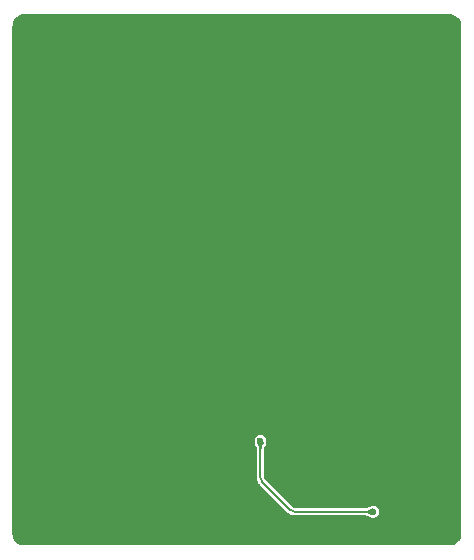
<source format=gbl>
G04 #@! TF.GenerationSoftware,KiCad,Pcbnew,9.0.1-rc2*
G04 #@! TF.CreationDate,2025-04-23T19:50:41-07:00*
G04 #@! TF.ProjectId,displaypcb,64697370-6c61-4797-9063-622e6b696361,2*
G04 #@! TF.SameCoordinates,Original*
G04 #@! TF.FileFunction,Copper,L2,Bot*
G04 #@! TF.FilePolarity,Positive*
%FSLAX46Y46*%
G04 Gerber Fmt 4.6, Leading zero omitted, Abs format (unit mm)*
G04 Created by KiCad (PCBNEW 9.0.1-rc2) date 2025-04-23 19:50:41*
%MOMM*%
%LPD*%
G01*
G04 APERTURE LIST*
G04 #@! TA.AperFunction,ViaPad*
%ADD10C,0.600000*%
G04 #@! TD*
G04 #@! TA.AperFunction,Conductor*
%ADD11C,0.200000*%
G04 #@! TD*
G04 APERTURE END LIST*
D10*
X110400000Y-83000000D03*
X104700000Y-117300000D03*
X112400000Y-103200000D03*
X109700000Y-96300000D03*
X90150000Y-118950000D03*
X99000000Y-85200000D03*
X96400000Y-119750000D03*
X103550000Y-115200000D03*
X88600000Y-102400000D03*
X105600000Y-91600000D03*
X109700000Y-92200000D03*
X96150000Y-96350000D03*
X98100000Y-110100000D03*
X99500000Y-114720310D03*
X90350000Y-114350000D03*
X100500000Y-114720310D03*
X99500000Y-117320310D03*
X108350000Y-119650000D03*
X101600000Y-108000000D03*
X106300000Y-87600000D03*
X108900000Y-88700000D03*
X93800000Y-91400000D03*
X104200000Y-91600000D03*
X100500000Y-117320310D03*
X112400000Y-110600000D03*
X106300000Y-88400000D03*
X108900000Y-87900000D03*
X97500000Y-113650000D03*
X107050000Y-119650000D03*
D11*
X107050000Y-119650000D02*
X100405085Y-119650000D01*
X97500000Y-116744914D02*
X97500000Y-113650000D01*
X97659379Y-117129689D02*
X100020310Y-119490620D01*
X100020310Y-119490620D02*
G75*
G03*
X100405085Y-119649996I384790J384820D01*
G01*
X97659379Y-117129689D02*
G75*
G02*
X97500004Y-116744914I384821J384789D01*
G01*
G04 #@! TA.AperFunction,Conductor*
G36*
X113504308Y-77500877D02*
G01*
X113520845Y-77502323D01*
X113664937Y-77514930D01*
X113681914Y-77517923D01*
X113833491Y-77558537D01*
X113849695Y-77564435D01*
X113991902Y-77630748D01*
X114006842Y-77639374D01*
X114135367Y-77729368D01*
X114148587Y-77740460D01*
X114259539Y-77851412D01*
X114270631Y-77864632D01*
X114360625Y-77993157D01*
X114369253Y-78008101D01*
X114435560Y-78150295D01*
X114441463Y-78166512D01*
X114482074Y-78318075D01*
X114485070Y-78335069D01*
X114499123Y-78495690D01*
X114499500Y-78504319D01*
X114499500Y-121495680D01*
X114499123Y-121504308D01*
X114499123Y-121504309D01*
X114485070Y-121664930D01*
X114482074Y-121681924D01*
X114441463Y-121833487D01*
X114435560Y-121849704D01*
X114369253Y-121991898D01*
X114360625Y-122006842D01*
X114270631Y-122135367D01*
X114259539Y-122148587D01*
X114148587Y-122259539D01*
X114135367Y-122270631D01*
X114006842Y-122360625D01*
X113991898Y-122369253D01*
X113849704Y-122435560D01*
X113833487Y-122441463D01*
X113681924Y-122482074D01*
X113664930Y-122485070D01*
X113504309Y-122499123D01*
X113495680Y-122499500D01*
X77504320Y-122499500D01*
X77495691Y-122499123D01*
X77335069Y-122485070D01*
X77318075Y-122482074D01*
X77166512Y-122441463D01*
X77150298Y-122435561D01*
X77008101Y-122369253D01*
X76993157Y-122360625D01*
X76864632Y-122270631D01*
X76851412Y-122259539D01*
X76740460Y-122148587D01*
X76729368Y-122135367D01*
X76639374Y-122006842D01*
X76630748Y-121991902D01*
X76564435Y-121849695D01*
X76558536Y-121833487D01*
X76517923Y-121681914D01*
X76514930Y-121664937D01*
X76500877Y-121504308D01*
X76500500Y-121495680D01*
X76500500Y-113584108D01*
X96999500Y-113584108D01*
X96999500Y-113715892D01*
X97008295Y-113748719D01*
X97008826Y-113759197D01*
X97008812Y-113759248D01*
X97008836Y-113759400D01*
X97009361Y-113770219D01*
X97009362Y-113770226D01*
X97028971Y-113848695D01*
X97031920Y-113859278D01*
X97032287Y-113860472D01*
X97035754Y-113870760D01*
X97035959Y-113871320D01*
X97061637Y-113941352D01*
X97066712Y-113953897D01*
X97066717Y-113953909D01*
X97067333Y-113955298D01*
X97073206Y-113967454D01*
X97130148Y-114076051D01*
X97130204Y-114076156D01*
X97131285Y-114078190D01*
X97131445Y-114078487D01*
X97132998Y-114081317D01*
X97155494Y-114121549D01*
X97157983Y-114125999D01*
X97162883Y-114136058D01*
X97173967Y-114162512D01*
X97179189Y-114178801D01*
X97182574Y-114193678D01*
X97187069Y-114213437D01*
X97189337Y-114229146D01*
X97194214Y-114306241D01*
X97194215Y-114306248D01*
X97195326Y-114310715D01*
X97196572Y-114315723D01*
X97199500Y-114339619D01*
X97199500Y-116697323D01*
X97199499Y-116697327D01*
X97199500Y-116738384D01*
X97199500Y-116790161D01*
X97199504Y-116790234D01*
X97199504Y-116811391D01*
X97208272Y-116866744D01*
X97220304Y-116942705D01*
X97261387Y-117069145D01*
X97321742Y-117187602D01*
X97399883Y-117295160D01*
X97418915Y-117314193D01*
X97418919Y-117314200D01*
X97446885Y-117342166D01*
X97446888Y-117342169D01*
X97446889Y-117342170D01*
X97486158Y-117381444D01*
X97486191Y-117381472D01*
X99769503Y-119664784D01*
X99769516Y-119664798D01*
X99774712Y-119669996D01*
X99774717Y-119670006D01*
X99854836Y-119750119D01*
X99962394Y-119828261D01*
X99962405Y-119828267D01*
X100080846Y-119888613D01*
X100080852Y-119888616D01*
X100207293Y-119929699D01*
X100338603Y-119950499D01*
X100357538Y-119950499D01*
X100365520Y-119950499D01*
X100365523Y-119950500D01*
X100405075Y-119950500D01*
X100405077Y-119950500D01*
X100452671Y-119950502D01*
X100452674Y-119950500D01*
X100460635Y-119950501D01*
X100460660Y-119950500D01*
X106363203Y-119950500D01*
X106372200Y-119950910D01*
X106379896Y-119951612D01*
X106396519Y-119955799D01*
X106461924Y-119959098D01*
X106463907Y-119959279D01*
X106464441Y-119959508D01*
X106472095Y-119960372D01*
X106496316Y-119964644D01*
X106515762Y-119970171D01*
X106578456Y-119995158D01*
X106590848Y-120001126D01*
X106617099Y-120016104D01*
X106619770Y-120017602D01*
X106620084Y-120017775D01*
X106622703Y-120019184D01*
X106623736Y-120019740D01*
X106731869Y-120076496D01*
X106744040Y-120082381D01*
X106745413Y-120082990D01*
X106745421Y-120082993D01*
X106745434Y-120082999D01*
X106757880Y-120088041D01*
X106828688Y-120114065D01*
X106839190Y-120117607D01*
X106839202Y-120117610D01*
X106839203Y-120117611D01*
X106840373Y-120117971D01*
X106840383Y-120117973D01*
X106840387Y-120117975D01*
X106850908Y-120120905D01*
X106929726Y-120140621D01*
X106934034Y-120141650D01*
X106934553Y-120141768D01*
X106940273Y-120141854D01*
X106964387Y-120145215D01*
X106984108Y-120150500D01*
X106984109Y-120150500D01*
X107115890Y-120150500D01*
X107115892Y-120150500D01*
X107243186Y-120116392D01*
X107243188Y-120116390D01*
X107243190Y-120116390D01*
X107357309Y-120050503D01*
X107357309Y-120050502D01*
X107357314Y-120050500D01*
X107450500Y-119957314D01*
X107454433Y-119950502D01*
X107516390Y-119843190D01*
X107516390Y-119843188D01*
X107516392Y-119843186D01*
X107550500Y-119715892D01*
X107550500Y-119584108D01*
X107516392Y-119456814D01*
X107516390Y-119456811D01*
X107516390Y-119456809D01*
X107450503Y-119342690D01*
X107450501Y-119342688D01*
X107450500Y-119342686D01*
X107357314Y-119249500D01*
X107357311Y-119249498D01*
X107357309Y-119249496D01*
X107243189Y-119183609D01*
X107243191Y-119183609D01*
X107193799Y-119170375D01*
X107115892Y-119149500D01*
X106984108Y-119149500D01*
X106961407Y-119155582D01*
X106940595Y-119158837D01*
X106929777Y-119159362D01*
X106851321Y-119178968D01*
X106840791Y-119181899D01*
X106840788Y-119181900D01*
X106839617Y-119182259D01*
X106829219Y-119185760D01*
X106758648Y-119211634D01*
X106746014Y-119216748D01*
X106744621Y-119217366D01*
X106732570Y-119223193D01*
X106623778Y-119280237D01*
X106621190Y-119281618D01*
X106620945Y-119281751D01*
X106618582Y-119283054D01*
X106573992Y-119307985D01*
X106563939Y-119312883D01*
X106537486Y-119323967D01*
X106521191Y-119329191D01*
X106486571Y-119337068D01*
X106470858Y-119339337D01*
X106393757Y-119344215D01*
X106393747Y-119344216D01*
X106384279Y-119346572D01*
X106360381Y-119349500D01*
X100411584Y-119349500D01*
X100398660Y-119348653D01*
X100354945Y-119342897D01*
X100329983Y-119336208D01*
X100295291Y-119321838D01*
X100272917Y-119308921D01*
X100237954Y-119282095D01*
X100228222Y-119273561D01*
X97876462Y-116921801D01*
X97867922Y-116912061D01*
X97841083Y-116877081D01*
X97828163Y-116854702D01*
X97813796Y-116820016D01*
X97807107Y-116795054D01*
X97801347Y-116751307D01*
X97800500Y-116738384D01*
X97800500Y-114336795D01*
X97800910Y-114327798D01*
X97801612Y-114320105D01*
X97805800Y-114303479D01*
X97809099Y-114238059D01*
X97809280Y-114236082D01*
X97809509Y-114235546D01*
X97810372Y-114227903D01*
X97814644Y-114203681D01*
X97820169Y-114184242D01*
X97845161Y-114121535D01*
X97851129Y-114109146D01*
X97866091Y-114082924D01*
X97867777Y-114079910D01*
X97867975Y-114079549D01*
X97869756Y-114076230D01*
X97926493Y-113968132D01*
X97932355Y-113956015D01*
X97932977Y-113954614D01*
X97938041Y-113942119D01*
X97964065Y-113871312D01*
X97967607Y-113860809D01*
X97967975Y-113859612D01*
X97970905Y-113849091D01*
X97990621Y-113770273D01*
X97991650Y-113765965D01*
X97991768Y-113765446D01*
X97991854Y-113759722D01*
X97995215Y-113735612D01*
X98000500Y-113715892D01*
X98000500Y-113584108D01*
X97966392Y-113456814D01*
X97966390Y-113456811D01*
X97966390Y-113456809D01*
X97900503Y-113342690D01*
X97900501Y-113342688D01*
X97900500Y-113342686D01*
X97807314Y-113249500D01*
X97807311Y-113249498D01*
X97807309Y-113249496D01*
X97693189Y-113183609D01*
X97693191Y-113183609D01*
X97643799Y-113170375D01*
X97565892Y-113149500D01*
X97434108Y-113149500D01*
X97356200Y-113170375D01*
X97306809Y-113183609D01*
X97192690Y-113249496D01*
X97099496Y-113342690D01*
X97033609Y-113456809D01*
X97033608Y-113456814D01*
X96999500Y-113584108D01*
X76500500Y-113584108D01*
X76500500Y-78504319D01*
X76500877Y-78495691D01*
X76506265Y-78434108D01*
X76514930Y-78335058D01*
X76517922Y-78318086D01*
X76558538Y-78166504D01*
X76564434Y-78150308D01*
X76630751Y-78008092D01*
X76639371Y-77993161D01*
X76729373Y-77864625D01*
X76740454Y-77851418D01*
X76851418Y-77740454D01*
X76864625Y-77729373D01*
X76993161Y-77639371D01*
X77008092Y-77630751D01*
X77150308Y-77564434D01*
X77166504Y-77558538D01*
X77318086Y-77517922D01*
X77335060Y-77514930D01*
X77480668Y-77502191D01*
X77495692Y-77500877D01*
X77504320Y-77500500D01*
X77565892Y-77500500D01*
X113434108Y-77500500D01*
X113495680Y-77500500D01*
X113504308Y-77500877D01*
G37*
G04 #@! TD.AperFunction*
G04 #@! TA.AperFunction,Conductor*
G36*
X106988453Y-119360051D02*
G01*
X106993783Y-119367246D01*
X106993900Y-119367763D01*
X107050530Y-119647680D01*
X107050530Y-119652320D01*
X106993901Y-119932234D01*
X106988901Y-119939663D01*
X106980113Y-119941382D01*
X106979594Y-119941264D01*
X106900776Y-119921548D01*
X106899579Y-119921180D01*
X106828771Y-119895156D01*
X106827369Y-119894534D01*
X106767831Y-119863284D01*
X106719250Y-119837785D01*
X106718936Y-119837612D01*
X106674252Y-119812118D01*
X106562804Y-119767701D01*
X106562798Y-119767700D01*
X106562796Y-119767699D01*
X106489162Y-119754712D01*
X106489167Y-119754712D01*
X106406874Y-119750560D01*
X106398784Y-119746721D01*
X106395764Y-119738875D01*
X106395764Y-119560983D01*
X106399191Y-119552710D01*
X106406723Y-119549306D01*
X106508271Y-119542883D01*
X106508275Y-119542882D01*
X106508276Y-119542882D01*
X106524150Y-119539270D01*
X106592538Y-119523711D01*
X106659255Y-119495756D01*
X106719006Y-119462346D01*
X106719214Y-119462233D01*
X106827991Y-119405196D01*
X106829379Y-119404580D01*
X106899980Y-119378694D01*
X106901142Y-119378337D01*
X106979595Y-119358732D01*
X106988453Y-119360051D01*
G37*
G04 #@! TD.AperFunction*
G04 #@! TA.AperFunction,Conductor*
G36*
X97782235Y-113706099D02*
G01*
X97789663Y-113711098D01*
X97791382Y-113719886D01*
X97791264Y-113720405D01*
X97771548Y-113799223D01*
X97771180Y-113800420D01*
X97745156Y-113871227D01*
X97744534Y-113872628D01*
X97687797Y-113980726D01*
X97687599Y-113981087D01*
X97662119Y-114025745D01*
X97662118Y-114025748D01*
X97617701Y-114137196D01*
X97617701Y-114137198D01*
X97617699Y-114137203D01*
X97604712Y-114210835D01*
X97600561Y-114293126D01*
X97596722Y-114301215D01*
X97588876Y-114304236D01*
X97410983Y-114304236D01*
X97402710Y-114300809D01*
X97399306Y-114293276D01*
X97392882Y-114191729D01*
X97392881Y-114191725D01*
X97392881Y-114191722D01*
X97373713Y-114107469D01*
X97373712Y-114107467D01*
X97373711Y-114107461D01*
X97345756Y-114040744D01*
X97312362Y-113981023D01*
X97312214Y-113980749D01*
X97312202Y-113980726D01*
X97255199Y-113872013D01*
X97254577Y-113870610D01*
X97228696Y-113800023D01*
X97228335Y-113798850D01*
X97208732Y-113720403D01*
X97210051Y-113711546D01*
X97217246Y-113706216D01*
X97217743Y-113706103D01*
X97497682Y-113649469D01*
X97502318Y-113649469D01*
X97782235Y-113706099D01*
G37*
G04 #@! TD.AperFunction*
M02*

</source>
